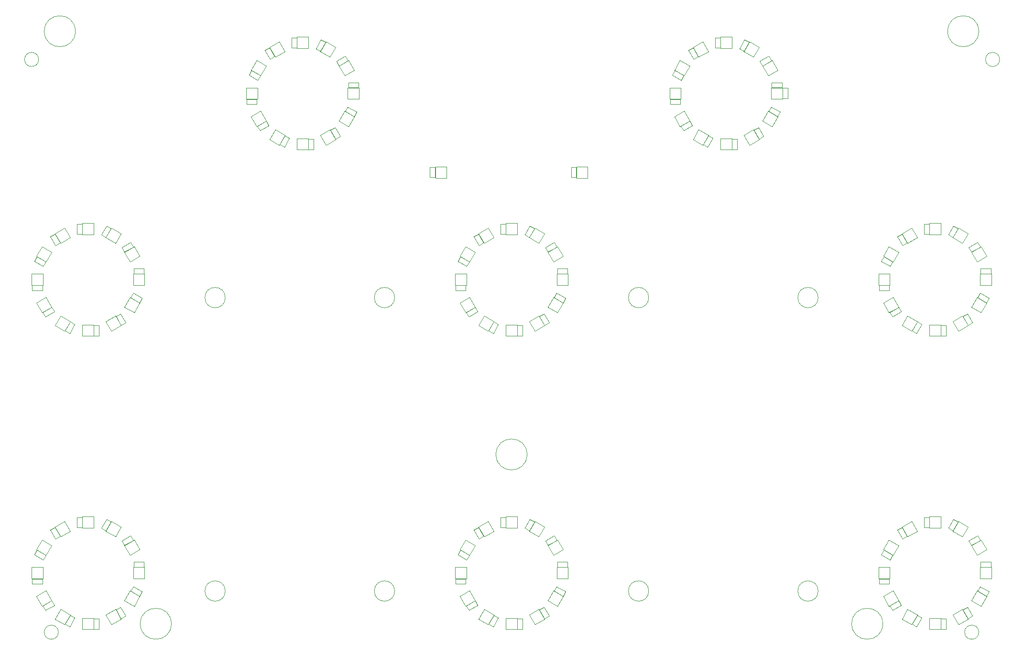
<source format=gbr>
%TF.GenerationSoftware,KiCad,Pcbnew,8.0.4+1*%
%TF.CreationDate,2024-10-16T16:58:29+00:00*%
%TF.ProjectId,pedalboard-display,70656461-6c62-46f6-9172-642d64697370,1.0.0*%
%TF.SameCoordinates,Original*%
%TF.FileFunction,Other,User*%
%FSLAX46Y46*%
G04 Gerber Fmt 4.6, Leading zero omitted, Abs format (unit mm)*
G04 Created by KiCad (PCBNEW 8.0.4+1) date 2024-10-16 16:58:29*
%MOMM*%
%LPD*%
G01*
G04 APERTURE LIST*
%ADD10C,0.050000*%
G04 APERTURE END LIST*
D10*
%TO.C,FID2*%
X193450000Y-33000000D02*
G75*
G02*
X190950000Y-33000000I-1250000J0D01*
G01*
X190950000Y-33000000D02*
G75*
G02*
X193450000Y-33000000I1250000J0D01*
G01*
%TO.C,C65*%
X63336628Y-31374650D02*
X64133372Y-30914650D01*
X64133372Y-30914650D02*
X65043372Y-32490816D01*
X64246628Y-32950816D02*
X63336628Y-31374650D01*
X65043372Y-32490816D02*
X64246628Y-32950816D01*
%TO.C,C49*%
X115090000Y-70070000D02*
X116910000Y-70070000D01*
X115090000Y-70990000D02*
X115090000Y-70070000D01*
X116910000Y-70070000D02*
X116910000Y-70990000D01*
X116910000Y-70990000D02*
X115090000Y-70990000D01*
%TO.C,D35*%
X185133975Y-131428204D02*
X186866025Y-130428204D01*
X186133975Y-133160254D02*
X185133975Y-131428204D01*
X186866025Y-130428204D02*
X187866025Y-132160254D01*
X187866025Y-132160254D02*
X186133975Y-133160254D01*
%TO.C,D83*%
X35133975Y-79428204D02*
X36866025Y-78428204D01*
X36133975Y-81160254D02*
X35133975Y-79428204D01*
X36866025Y-78428204D02*
X37866025Y-80160254D01*
X37866025Y-80160254D02*
X36133975Y-81160254D01*
%TO.C,D34*%
X181000000Y-132000000D02*
X183000000Y-132000000D01*
X181000000Y-134000000D02*
X181000000Y-132000000D01*
X183000000Y-132000000D02*
X183000000Y-134000000D01*
X183000000Y-134000000D02*
X181000000Y-134000000D01*
%TO.C,D11*%
X148133975Y-46428204D02*
X149866025Y-45428204D01*
X149133975Y-48160254D02*
X148133975Y-46428204D01*
X149866025Y-45428204D02*
X150866025Y-47160254D01*
X150866025Y-47160254D02*
X149133975Y-48160254D01*
%TO.C,D49*%
X115000000Y-71000000D02*
X117000000Y-71000000D01*
X115000000Y-73000000D02*
X115000000Y-71000000D01*
X117000000Y-71000000D02*
X117000000Y-73000000D01*
X117000000Y-73000000D02*
X115000000Y-73000000D01*
%TO.C,C4*%
X143040000Y-29150000D02*
X143960000Y-29150000D01*
X143040000Y-30970000D02*
X143040000Y-29150000D01*
X143960000Y-29150000D02*
X143960000Y-30970000D01*
X143960000Y-30970000D02*
X143040000Y-30970000D01*
%TO.C,C80*%
X23981917Y-77806628D02*
X25558083Y-76896628D01*
X24441917Y-78603372D02*
X23981917Y-77806628D01*
X25558083Y-76896628D02*
X26018083Y-77693372D01*
X26018083Y-77693372D02*
X24441917Y-78603372D01*
%TO.C,D59*%
X110133975Y-79428204D02*
X111866025Y-78428204D01*
X111133975Y-81160254D02*
X110133975Y-79428204D01*
X111866025Y-78428204D02*
X112866025Y-80160254D01*
X112866025Y-80160254D02*
X111133975Y-81160254D01*
%TO.C,C32*%
X173981917Y-129806628D02*
X175558083Y-128896628D01*
X174441917Y-130603372D02*
X173981917Y-129806628D01*
X175558083Y-128896628D02*
X176018083Y-129693372D01*
X176018083Y-129693372D02*
X174441917Y-130603372D01*
%TO.C,D73*%
X40000000Y-71000000D02*
X42000000Y-71000000D01*
X40000000Y-73000000D02*
X40000000Y-71000000D01*
X42000000Y-71000000D02*
X42000000Y-73000000D01*
X42000000Y-73000000D02*
X40000000Y-73000000D01*
%TO.C,C5*%
X138336628Y-31374650D02*
X139133372Y-30914650D01*
X139133372Y-30914650D02*
X140043372Y-32490816D01*
X139246628Y-32950816D02*
X138336628Y-31374650D01*
X140043372Y-32490816D02*
X139246628Y-32950816D01*
%TO.C,C13*%
X190090000Y-70070000D02*
X191910000Y-70070000D01*
X190090000Y-70990000D02*
X190090000Y-70070000D01*
X191910000Y-70070000D02*
X191910000Y-70990000D01*
X191910000Y-70990000D02*
X190090000Y-70990000D01*
%TO.C,D48*%
X113428204Y-128866025D02*
X114428204Y-127133975D01*
X114428204Y-127133975D02*
X116160254Y-128133975D01*
X115160254Y-129866025D02*
X113428204Y-128866025D01*
X116160254Y-128133975D02*
X115160254Y-129866025D01*
%TO.C,D86*%
X38428204Y-119133975D02*
X40160254Y-118133975D01*
X39428204Y-120866025D02*
X38428204Y-119133975D01*
X40160254Y-118133975D02*
X41160254Y-119866025D01*
X41160254Y-119866025D02*
X39428204Y-120866025D01*
%TO.C,D64*%
X69000000Y-29000000D02*
X71000000Y-29000000D01*
X69000000Y-31000000D02*
X69000000Y-29000000D01*
X71000000Y-29000000D02*
X71000000Y-31000000D01*
X71000000Y-31000000D02*
X69000000Y-31000000D01*
%TO.C,D54*%
X97839746Y-67866025D02*
X98839746Y-66133975D01*
X98839746Y-66133975D02*
X100571796Y-67133975D01*
X99571796Y-68866025D02*
X97839746Y-67866025D01*
X100571796Y-67133975D02*
X99571796Y-68866025D01*
%TO.C,D37*%
X115000000Y-123000000D02*
X117000000Y-123000000D01*
X115000000Y-125000000D02*
X115000000Y-123000000D01*
X117000000Y-123000000D02*
X117000000Y-125000000D01*
X117000000Y-125000000D02*
X115000000Y-125000000D01*
%TO.C,D1*%
X153000000Y-38000000D02*
X155000000Y-38000000D01*
X153000000Y-40000000D02*
X153000000Y-38000000D01*
X155000000Y-38000000D02*
X155000000Y-40000000D01*
X155000000Y-40000000D02*
X153000000Y-40000000D01*
%TO.C,D15*%
X185133975Y-64571796D02*
X186133975Y-62839746D01*
X186133975Y-62839746D02*
X187866025Y-63839746D01*
X186866025Y-65571796D02*
X185133975Y-64571796D01*
X187866025Y-63839746D02*
X186866025Y-65571796D01*
%TO.C,C31*%
X172090000Y-125040000D02*
X173910000Y-125040000D01*
X172090000Y-125960000D02*
X172090000Y-125040000D01*
X173910000Y-125040000D02*
X173910000Y-125960000D01*
X173910000Y-125960000D02*
X172090000Y-125960000D01*
%TO.C,D4*%
X144000000Y-29000000D02*
X146000000Y-29000000D01*
X144000000Y-31000000D02*
X144000000Y-29000000D01*
X146000000Y-29000000D02*
X146000000Y-31000000D01*
X146000000Y-31000000D02*
X144000000Y-31000000D01*
%TO.C,C17*%
X175336628Y-64374650D02*
X176133372Y-63914650D01*
X176133372Y-63914650D02*
X177043372Y-65490816D01*
X176246628Y-65950816D02*
X175336628Y-64374650D01*
X177043372Y-65490816D02*
X176246628Y-65950816D01*
%TO.C,D82*%
X31000000Y-80000000D02*
X33000000Y-80000000D01*
X31000000Y-82000000D02*
X31000000Y-80000000D01*
X33000000Y-80000000D02*
X33000000Y-82000000D01*
X33000000Y-82000000D02*
X31000000Y-82000000D01*
%TO.C,C78*%
X22481917Y-68743372D02*
X22941917Y-67946628D01*
X22941917Y-67946628D02*
X24518083Y-68856628D01*
X24058083Y-69653372D02*
X22481917Y-68743372D01*
X24518083Y-68856628D02*
X24058083Y-69653372D01*
%TO.C,D12*%
X151428204Y-43866025D02*
X152428204Y-42133975D01*
X152428204Y-42133975D02*
X154160254Y-43133975D01*
X153160254Y-44866025D02*
X151428204Y-43866025D01*
X154160254Y-43133975D02*
X153160254Y-44866025D01*
%TO.C,D42*%
X97839746Y-119866025D02*
X98839746Y-118133975D01*
X98839746Y-118133975D02*
X100571796Y-119133975D01*
X99571796Y-120866025D02*
X97839746Y-119866025D01*
X100571796Y-119133975D02*
X99571796Y-120866025D01*
%TO.C,D8*%
X135839746Y-43133975D02*
X137571796Y-42133975D01*
X136839746Y-44866025D02*
X135839746Y-43133975D01*
X137571796Y-42133975D02*
X138571796Y-43866025D01*
X138571796Y-43866025D02*
X136839746Y-44866025D01*
%TO.C,C38*%
X112981917Y-118306628D02*
X114558083Y-117396628D01*
X113441917Y-119103372D02*
X112981917Y-118306628D01*
X114558083Y-117396628D02*
X115018083Y-118193372D01*
X115018083Y-118193372D02*
X113441917Y-119103372D01*
%TO.C,D10*%
X144000000Y-47000000D02*
X146000000Y-47000000D01*
X144000000Y-49000000D02*
X144000000Y-47000000D01*
X146000000Y-47000000D02*
X146000000Y-49000000D01*
X146000000Y-49000000D02*
X144000000Y-49000000D01*
%TO.C,D39*%
X110133975Y-116571796D02*
X111133975Y-114839746D01*
X111133975Y-114839746D02*
X112866025Y-115839746D01*
X111866025Y-117571796D02*
X110133975Y-116571796D01*
X112866025Y-115839746D02*
X111866025Y-117571796D01*
%TO.C,D7*%
X135000000Y-38000000D02*
X137000000Y-38000000D01*
X135000000Y-40000000D02*
X135000000Y-38000000D01*
X137000000Y-38000000D02*
X137000000Y-40000000D01*
X137000000Y-40000000D02*
X135000000Y-40000000D01*
%TO.C,C20*%
X173981917Y-77806628D02*
X175558083Y-76896628D01*
X174441917Y-78603372D02*
X173981917Y-77806628D01*
X175558083Y-76896628D02*
X176018083Y-77693372D01*
X176018083Y-77693372D02*
X174441917Y-78603372D01*
%TO.C,D6*%
X135839746Y-34866025D02*
X136839746Y-33133975D01*
X136839746Y-33133975D02*
X138571796Y-34133975D01*
X137571796Y-35866025D02*
X135839746Y-34866025D01*
X138571796Y-34133975D02*
X137571796Y-35866025D01*
%TO.C,H4*%
X172750000Y-133000000D02*
G75*
G02*
X167250000Y-133000000I-2750000J0D01*
G01*
X167250000Y-133000000D02*
G75*
G02*
X172750000Y-133000000I2750000J0D01*
G01*
%TO.C,H3*%
X189750000Y-28000000D02*
G75*
G02*
X184250000Y-28000000I-2750000J0D01*
G01*
X184250000Y-28000000D02*
G75*
G02*
X189750000Y-28000000I2750000J0D01*
G01*
%TO.C,D16*%
X181000000Y-62000000D02*
X183000000Y-62000000D01*
X181000000Y-64000000D02*
X181000000Y-62000000D01*
X183000000Y-62000000D02*
X183000000Y-64000000D01*
X183000000Y-64000000D02*
X181000000Y-64000000D01*
%TO.C,D53*%
X101133975Y-63839746D02*
X102866025Y-62839746D01*
X102133975Y-65571796D02*
X101133975Y-63839746D01*
X102866025Y-62839746D02*
X103866025Y-64571796D01*
X103866025Y-64571796D02*
X102133975Y-65571796D01*
%TO.C,FID1*%
X23250000Y-33000000D02*
G75*
G02*
X20750000Y-33000000I-1250000J0D01*
G01*
X20750000Y-33000000D02*
G75*
G02*
X23250000Y-33000000I1250000J0D01*
G01*
%TO.C,C19*%
X172090000Y-73040000D02*
X173910000Y-73040000D01*
X172090000Y-73960000D02*
X172090000Y-73040000D01*
X173910000Y-73040000D02*
X173910000Y-73960000D01*
X173910000Y-73960000D02*
X172090000Y-73960000D01*
%TO.C,D71*%
X73133975Y-46428204D02*
X74866025Y-45428204D01*
X74133975Y-48160254D02*
X73133975Y-46428204D01*
X74866025Y-45428204D02*
X75866025Y-47160254D01*
X75866025Y-47160254D02*
X74133975Y-48160254D01*
%TO.C,D92*%
X22839746Y-128133975D02*
X24571796Y-127133975D01*
X23839746Y-129866025D02*
X22839746Y-128133975D01*
X24571796Y-127133975D02*
X25571796Y-128866025D01*
X25571796Y-128866025D02*
X23839746Y-129866025D01*
%TO.C,C95*%
X36946628Y-130509184D02*
X37743372Y-130049184D01*
X37743372Y-130049184D02*
X38653372Y-131625350D01*
X37856628Y-132085350D02*
X36946628Y-130509184D01*
X38653372Y-131625350D02*
X37856628Y-132085350D01*
%TO.C,C27*%
X184346628Y-116058083D02*
X185256628Y-114481917D01*
X185143372Y-116518083D02*
X184346628Y-116058083D01*
X185256628Y-114481917D02*
X186053372Y-114941917D01*
X186053372Y-114941917D02*
X185143372Y-116518083D01*
%TO.C,D67*%
X60000000Y-38000000D02*
X62000000Y-38000000D01*
X60000000Y-40000000D02*
X60000000Y-38000000D01*
X62000000Y-38000000D02*
X62000000Y-40000000D01*
X62000000Y-40000000D02*
X60000000Y-40000000D01*
%TO.C,C66*%
X60481917Y-35743372D02*
X60941917Y-34946628D01*
X60941917Y-34946628D02*
X62518083Y-35856628D01*
X62058083Y-36653372D02*
X60481917Y-35743372D01*
X62518083Y-35856628D02*
X62058083Y-36653372D01*
%TO.C,C42*%
X97481917Y-120743372D02*
X97941917Y-119946628D01*
X97941917Y-119946628D02*
X99518083Y-120856628D01*
X99058083Y-121653372D02*
X97481917Y-120743372D01*
X99518083Y-120856628D02*
X99058083Y-121653372D01*
%TO.C,D22*%
X181000000Y-80000000D02*
X183000000Y-80000000D01*
X181000000Y-82000000D02*
X181000000Y-80000000D01*
X183000000Y-80000000D02*
X183000000Y-82000000D01*
X183000000Y-82000000D02*
X181000000Y-82000000D01*
%TO.C,D50*%
X113428204Y-67133975D02*
X115160254Y-66133975D01*
X114428204Y-68866025D02*
X113428204Y-67133975D01*
X115160254Y-66133975D02*
X116160254Y-67866025D01*
X116160254Y-67866025D02*
X114428204Y-68866025D01*
%TO.C,C7*%
X135090000Y-40040000D02*
X136910000Y-40040000D01*
X135090000Y-40960000D02*
X135090000Y-40040000D01*
X136910000Y-40040000D02*
X136910000Y-40960000D01*
X136910000Y-40960000D02*
X135090000Y-40960000D01*
%TO.C,C52*%
X105040000Y-62150000D02*
X105960000Y-62150000D01*
X105040000Y-63970000D02*
X105040000Y-62150000D01*
X105960000Y-62150000D02*
X105960000Y-63970000D01*
X105960000Y-63970000D02*
X105040000Y-63970000D01*
%TO.C,D94*%
X31000000Y-132000000D02*
X33000000Y-132000000D01*
X31000000Y-134000000D02*
X31000000Y-132000000D01*
X33000000Y-132000000D02*
X33000000Y-134000000D01*
X33000000Y-134000000D02*
X31000000Y-134000000D01*
%TO.C,D23*%
X185133975Y-79428204D02*
X186866025Y-78428204D01*
X186133975Y-81160254D02*
X185133975Y-79428204D01*
X186866025Y-78428204D02*
X187866025Y-80160254D01*
X187866025Y-80160254D02*
X186133975Y-81160254D01*
%TO.C,D21*%
X176133975Y-80160254D02*
X177133975Y-78428204D01*
X177133975Y-78428204D02*
X178866025Y-79428204D01*
X177866025Y-81160254D02*
X176133975Y-80160254D01*
X178866025Y-79428204D02*
X177866025Y-81160254D01*
%TO.C,D88*%
X31000000Y-114000000D02*
X33000000Y-114000000D01*
X31000000Y-116000000D02*
X31000000Y-114000000D01*
X33000000Y-114000000D02*
X33000000Y-116000000D01*
X33000000Y-116000000D02*
X31000000Y-116000000D01*
%TO.C,D45*%
X101133975Y-132160254D02*
X102133975Y-130428204D01*
X102133975Y-130428204D02*
X103866025Y-131428204D01*
X102866025Y-133160254D02*
X101133975Y-132160254D01*
X103866025Y-131428204D02*
X102866025Y-133160254D01*
%TO.C,C25*%
X190090000Y-122070000D02*
X191910000Y-122070000D01*
X190090000Y-122990000D02*
X190090000Y-122070000D01*
X191910000Y-122070000D02*
X191910000Y-122990000D01*
X191910000Y-122990000D02*
X190090000Y-122990000D01*
%TO.C,C73*%
X40090000Y-70070000D02*
X41910000Y-70070000D01*
X40090000Y-70990000D02*
X40090000Y-70070000D01*
X41910000Y-70070000D02*
X41910000Y-70990000D01*
X41910000Y-70990000D02*
X40090000Y-70990000D01*
%TO.C,C36*%
X189531917Y-127193372D02*
X189991917Y-126396628D01*
X189991917Y-126396628D02*
X191568083Y-127306628D01*
X191108083Y-128103372D02*
X189531917Y-127193372D01*
X191568083Y-127306628D02*
X191108083Y-128103372D01*
%TO.C,D13*%
X190000000Y-71000000D02*
X192000000Y-71000000D01*
X190000000Y-73000000D02*
X190000000Y-71000000D01*
X192000000Y-71000000D02*
X192000000Y-73000000D01*
X192000000Y-73000000D02*
X190000000Y-73000000D01*
%TO.C,C93*%
X27946628Y-133058083D02*
X28856628Y-131481917D01*
X28743372Y-133518083D02*
X27946628Y-133058083D01*
X28856628Y-131481917D02*
X29653372Y-131941917D01*
X29653372Y-131941917D02*
X28743372Y-133518083D01*
%TO.C,C21*%
X177946628Y-81058083D02*
X178856628Y-79481917D01*
X178743372Y-81518083D02*
X177946628Y-81058083D01*
X178856628Y-79481917D02*
X179653372Y-79941917D01*
X179653372Y-79941917D02*
X178743372Y-81518083D01*
%TO.C,D95*%
X35133975Y-131428204D02*
X36866025Y-130428204D01*
X36133975Y-133160254D02*
X35133975Y-131428204D01*
X36866025Y-130428204D02*
X37866025Y-132160254D01*
X37866025Y-132160254D02*
X36133975Y-133160254D01*
%TO.C,C8*%
X136981917Y-44806628D02*
X138558083Y-43896628D01*
X137441917Y-45603372D02*
X136981917Y-44806628D01*
X138558083Y-43896628D02*
X139018083Y-44693372D01*
X139018083Y-44693372D02*
X137441917Y-45603372D01*
%TO.C,D72*%
X76428204Y-43866025D02*
X77428204Y-42133975D01*
X77428204Y-42133975D02*
X79160254Y-43133975D01*
X78160254Y-44866025D02*
X76428204Y-43866025D01*
X79160254Y-43133975D02*
X78160254Y-44866025D01*
%TO.C,C97*%
X92540000Y-52090000D02*
X93460000Y-52090000D01*
X92540000Y-53910000D02*
X92540000Y-52090000D01*
X93460000Y-52090000D02*
X93460000Y-53910000D01*
X93460000Y-53910000D02*
X92540000Y-53910000D01*
%TO.C,C86*%
X37981917Y-118306628D02*
X39558083Y-117396628D01*
X38441917Y-119103372D02*
X37981917Y-118306628D01*
X39558083Y-117396628D02*
X40018083Y-118193372D01*
X40018083Y-118193372D02*
X38441917Y-119103372D01*
%TO.C,D18*%
X172839746Y-67866025D02*
X173839746Y-66133975D01*
X173839746Y-66133975D02*
X175571796Y-67133975D01*
X174571796Y-68866025D02*
X172839746Y-67866025D01*
X175571796Y-67133975D02*
X174571796Y-68866025D01*
%TO.C,D85*%
X40000000Y-123000000D02*
X42000000Y-123000000D01*
X40000000Y-125000000D02*
X40000000Y-123000000D01*
X42000000Y-123000000D02*
X42000000Y-125000000D01*
X42000000Y-125000000D02*
X40000000Y-125000000D01*
%TO.C,C9*%
X140946628Y-48058083D02*
X141856628Y-46481917D01*
X141743372Y-48518083D02*
X140946628Y-48058083D01*
X141856628Y-46481917D02*
X142653372Y-46941917D01*
X142653372Y-46941917D02*
X141743372Y-48518083D01*
%TO.C,U1*%
X56300000Y-75200000D02*
G75*
G02*
X52700000Y-75200000I-1800000J0D01*
G01*
X52700000Y-75200000D02*
G75*
G02*
X56300000Y-75200000I1800000J0D01*
G01*
X56300000Y-127200000D02*
G75*
G02*
X52700000Y-127200000I-1800000J0D01*
G01*
X52700000Y-127200000D02*
G75*
G02*
X56300000Y-127200000I1800000J0D01*
G01*
X86300000Y-75200000D02*
G75*
G02*
X82700000Y-75200000I-1800000J0D01*
G01*
X82700000Y-75200000D02*
G75*
G02*
X86300000Y-75200000I1800000J0D01*
G01*
X86300000Y-127200000D02*
G75*
G02*
X82700000Y-127200000I-1800000J0D01*
G01*
X82700000Y-127200000D02*
G75*
G02*
X86300000Y-127200000I1800000J0D01*
G01*
%TO.C,D19*%
X172000000Y-71000000D02*
X174000000Y-71000000D01*
X172000000Y-73000000D02*
X172000000Y-71000000D01*
X174000000Y-71000000D02*
X174000000Y-73000000D01*
X174000000Y-73000000D02*
X172000000Y-73000000D01*
%TO.C,D65*%
X64133975Y-30839746D02*
X65866025Y-29839746D01*
X65133975Y-32571796D02*
X64133975Y-30839746D01*
X65866025Y-29839746D02*
X66866025Y-31571796D01*
X66866025Y-31571796D02*
X65133975Y-32571796D01*
%TO.C,D78*%
X22839746Y-67866025D02*
X23839746Y-66133975D01*
X23839746Y-66133975D02*
X25571796Y-67133975D01*
X24571796Y-68866025D02*
X22839746Y-67866025D01*
X25571796Y-67133975D02*
X24571796Y-68866025D01*
%TO.C,D46*%
X106000000Y-132000000D02*
X108000000Y-132000000D01*
X106000000Y-134000000D02*
X106000000Y-132000000D01*
X108000000Y-132000000D02*
X108000000Y-134000000D01*
X108000000Y-134000000D02*
X106000000Y-134000000D01*
%TO.C,C18*%
X172481917Y-68743372D02*
X172941917Y-67946628D01*
X172941917Y-67946628D02*
X174518083Y-68856628D01*
X174058083Y-69653372D02*
X172481917Y-68743372D01*
X174518083Y-68856628D02*
X174058083Y-69653372D01*
%TO.C,D58*%
X106000000Y-80000000D02*
X108000000Y-80000000D01*
X106000000Y-82000000D02*
X106000000Y-80000000D01*
X108000000Y-80000000D02*
X108000000Y-82000000D01*
X108000000Y-82000000D02*
X106000000Y-82000000D01*
%TO.C,H2*%
X46750000Y-133000000D02*
G75*
G02*
X41250000Y-133000000I-2750000J0D01*
G01*
X41250000Y-133000000D02*
G75*
G02*
X46750000Y-133000000I2750000J0D01*
G01*
%TO.C,D25*%
X190000000Y-123000000D02*
X192000000Y-123000000D01*
X190000000Y-125000000D02*
X190000000Y-123000000D01*
X192000000Y-123000000D02*
X192000000Y-125000000D01*
X192000000Y-125000000D02*
X190000000Y-125000000D01*
%TO.C,D70*%
X69000000Y-47000000D02*
X71000000Y-47000000D01*
X69000000Y-49000000D02*
X69000000Y-47000000D01*
X71000000Y-47000000D02*
X71000000Y-49000000D01*
X71000000Y-49000000D02*
X69000000Y-49000000D01*
%TO.C,C72*%
X77531917Y-42193372D02*
X77991917Y-41396628D01*
X77991917Y-41396628D02*
X79568083Y-42306628D01*
X79108083Y-43103372D02*
X77531917Y-42193372D01*
X79568083Y-42306628D02*
X79108083Y-43103372D01*
%TO.C,C55*%
X97090000Y-73040000D02*
X98910000Y-73040000D01*
X97090000Y-73960000D02*
X97090000Y-73040000D01*
X98910000Y-73040000D02*
X98910000Y-73960000D01*
X98910000Y-73960000D02*
X97090000Y-73960000D01*
%TO.C,C87*%
X34346628Y-116058083D02*
X35256628Y-114481917D01*
X35143372Y-116518083D02*
X34346628Y-116058083D01*
X35256628Y-114481917D02*
X36053372Y-114941917D01*
X36053372Y-114941917D02*
X35143372Y-116518083D01*
%TO.C,C11*%
X149946628Y-45509184D02*
X150743372Y-45049184D01*
X150743372Y-45049184D02*
X151653372Y-46625350D01*
X150856628Y-47085350D02*
X149946628Y-45509184D01*
X151653372Y-46625350D02*
X150856628Y-47085350D01*
%TO.C,C26*%
X187981917Y-118306628D02*
X189558083Y-117396628D01*
X188441917Y-119103372D02*
X187981917Y-118306628D01*
X189558083Y-117396628D02*
X190018083Y-118193372D01*
X190018083Y-118193372D02*
X188441917Y-119103372D01*
%TO.C,C43*%
X97090000Y-125040000D02*
X98910000Y-125040000D01*
X97090000Y-125960000D02*
X97090000Y-125040000D01*
X98910000Y-125040000D02*
X98910000Y-125960000D01*
X98910000Y-125960000D02*
X97090000Y-125960000D01*
%TO.C,D77*%
X26133975Y-63839746D02*
X27866025Y-62839746D01*
X27133975Y-65571796D02*
X26133975Y-63839746D01*
X27866025Y-62839746D02*
X28866025Y-64571796D01*
X28866025Y-64571796D02*
X27133975Y-65571796D01*
%TO.C,C74*%
X37981917Y-66306628D02*
X39558083Y-65396628D01*
X38441917Y-67103372D02*
X37981917Y-66306628D01*
X39558083Y-65396628D02*
X40018083Y-66193372D01*
X40018083Y-66193372D02*
X38441917Y-67103372D01*
%TO.C,H5*%
X109750000Y-103000000D02*
G75*
G02*
X104250000Y-103000000I-2750000J0D01*
G01*
X104250000Y-103000000D02*
G75*
G02*
X109750000Y-103000000I2750000J0D01*
G01*
%TO.C,C16*%
X180040000Y-62150000D02*
X180960000Y-62150000D01*
X180040000Y-63970000D02*
X180040000Y-62150000D01*
X180960000Y-62150000D02*
X180960000Y-63970000D01*
X180960000Y-63970000D02*
X180040000Y-63970000D01*
%TO.C,D31*%
X172000000Y-123000000D02*
X174000000Y-123000000D01*
X172000000Y-125000000D02*
X172000000Y-123000000D01*
X174000000Y-123000000D02*
X174000000Y-125000000D01*
X174000000Y-125000000D02*
X172000000Y-125000000D01*
%TO.C,FID4*%
X189750000Y-134500000D02*
G75*
G02*
X187250000Y-134500000I-1250000J0D01*
G01*
X187250000Y-134500000D02*
G75*
G02*
X189750000Y-134500000I1250000J0D01*
G01*
%TO.C,C51*%
X109346628Y-64058083D02*
X110256628Y-62481917D01*
X110143372Y-64518083D02*
X109346628Y-64058083D01*
X110256628Y-62481917D02*
X111053372Y-62941917D01*
X111053372Y-62941917D02*
X110143372Y-64518083D01*
%TO.C,C59*%
X111946628Y-78509184D02*
X112743372Y-78049184D01*
X112743372Y-78049184D02*
X113653372Y-79625350D01*
X112856628Y-80085350D02*
X111946628Y-78509184D01*
X113653372Y-79625350D02*
X112856628Y-80085350D01*
%TO.C,D17*%
X176133975Y-63839746D02*
X177866025Y-62839746D01*
X177133975Y-65571796D02*
X176133975Y-63839746D01*
X177866025Y-62839746D02*
X178866025Y-64571796D01*
X178866025Y-64571796D02*
X177133975Y-65571796D01*
%TO.C,D74*%
X38428204Y-67133975D02*
X40160254Y-66133975D01*
X39428204Y-68866025D02*
X38428204Y-67133975D01*
X40160254Y-66133975D02*
X41160254Y-67866025D01*
X41160254Y-67866025D02*
X39428204Y-68866025D01*
%TO.C,H1*%
X29750000Y-28000000D02*
G75*
G02*
X24250000Y-28000000I-2750000J0D01*
G01*
X24250000Y-28000000D02*
G75*
G02*
X29750000Y-28000000I2750000J0D01*
G01*
%TO.C,D51*%
X110133975Y-64571796D02*
X111133975Y-62839746D01*
X111133975Y-62839746D02*
X112866025Y-63839746D01*
X111866025Y-65571796D02*
X110133975Y-64571796D01*
X112866025Y-63839746D02*
X111866025Y-65571796D01*
%TO.C,C39*%
X109346628Y-116058083D02*
X110256628Y-114481917D01*
X110143372Y-116518083D02*
X109346628Y-116058083D01*
X110256628Y-114481917D02*
X111053372Y-114941917D01*
X111053372Y-114941917D02*
X110143372Y-116518083D01*
%TO.C,C61*%
X78090000Y-37070000D02*
X79910000Y-37070000D01*
X78090000Y-37990000D02*
X78090000Y-37070000D01*
X79910000Y-37070000D02*
X79910000Y-37990000D01*
X79910000Y-37990000D02*
X78090000Y-37990000D01*
%TO.C,D28*%
X181000000Y-114000000D02*
X183000000Y-114000000D01*
X181000000Y-116000000D02*
X181000000Y-114000000D01*
X183000000Y-114000000D02*
X183000000Y-116000000D01*
X183000000Y-116000000D02*
X181000000Y-116000000D01*
%TO.C,C6*%
X135481917Y-35743372D02*
X135941917Y-34946628D01*
X135941917Y-34946628D02*
X137518083Y-35856628D01*
X137058083Y-36653372D02*
X135481917Y-35743372D01*
X137518083Y-35856628D02*
X137058083Y-36653372D01*
%TO.C,C79*%
X22090000Y-73040000D02*
X23910000Y-73040000D01*
X22090000Y-73960000D02*
X22090000Y-73040000D01*
X23910000Y-73040000D02*
X23910000Y-73960000D01*
X23910000Y-73960000D02*
X22090000Y-73960000D01*
%TO.C,D55*%
X97000000Y-71000000D02*
X99000000Y-71000000D01*
X97000000Y-73000000D02*
X97000000Y-71000000D01*
X99000000Y-71000000D02*
X99000000Y-73000000D01*
X99000000Y-73000000D02*
X97000000Y-73000000D01*
%TO.C,C44*%
X98981917Y-129806628D02*
X100558083Y-128896628D01*
X99441917Y-130603372D02*
X98981917Y-129806628D01*
X100558083Y-128896628D02*
X101018083Y-129693372D01*
X101018083Y-129693372D02*
X99441917Y-130603372D01*
%TO.C,C10*%
X146040000Y-47120000D02*
X146960000Y-47120000D01*
X146040000Y-48940000D02*
X146040000Y-47120000D01*
X146960000Y-47120000D02*
X146960000Y-48940000D01*
X146960000Y-48940000D02*
X146040000Y-48940000D01*
%TO.C,C29*%
X175336628Y-116374650D02*
X176133372Y-115914650D01*
X176133372Y-115914650D02*
X177043372Y-117490816D01*
X176246628Y-117950816D02*
X175336628Y-116374650D01*
X177043372Y-117490816D02*
X176246628Y-117950816D01*
%TO.C,D38*%
X113428204Y-119133975D02*
X115160254Y-118133975D01*
X114428204Y-120866025D02*
X113428204Y-119133975D01*
X115160254Y-118133975D02*
X116160254Y-119866025D01*
X116160254Y-119866025D02*
X114428204Y-120866025D01*
%TO.C,C76*%
X30040000Y-62150000D02*
X30960000Y-62150000D01*
X30040000Y-63970000D02*
X30040000Y-62150000D01*
X30960000Y-62150000D02*
X30960000Y-63970000D01*
X30960000Y-63970000D02*
X30040000Y-63970000D01*
%TO.C,C75*%
X34346628Y-64058083D02*
X35256628Y-62481917D01*
X35143372Y-64518083D02*
X34346628Y-64058083D01*
X35256628Y-62481917D02*
X36053372Y-62941917D01*
X36053372Y-62941917D02*
X35143372Y-64518083D01*
%TO.C,C40*%
X105040000Y-114150000D02*
X105960000Y-114150000D01*
X105040000Y-115970000D02*
X105040000Y-114150000D01*
X105960000Y-114150000D02*
X105960000Y-115970000D01*
X105960000Y-115970000D02*
X105040000Y-115970000D01*
%TO.C,C62*%
X75981917Y-33306628D02*
X77558083Y-32396628D01*
X76441917Y-34103372D02*
X75981917Y-33306628D01*
X77558083Y-32396628D02*
X78018083Y-33193372D01*
X78018083Y-33193372D02*
X76441917Y-34103372D01*
%TO.C,C83*%
X36946628Y-78509184D02*
X37743372Y-78049184D01*
X37743372Y-78049184D02*
X38653372Y-79625350D01*
X37856628Y-80085350D02*
X36946628Y-78509184D01*
X38653372Y-79625350D02*
X37856628Y-80085350D01*
%TO.C,D75*%
X35133975Y-64571796D02*
X36133975Y-62839746D01*
X36133975Y-62839746D02*
X37866025Y-63839746D01*
X36866025Y-65571796D02*
X35133975Y-64571796D01*
X37866025Y-63839746D02*
X36866025Y-65571796D01*
%TO.C,D66*%
X60839746Y-34866025D02*
X61839746Y-33133975D01*
X61839746Y-33133975D02*
X63571796Y-34133975D01*
X62571796Y-35866025D02*
X60839746Y-34866025D01*
X63571796Y-34133975D02*
X62571796Y-35866025D01*
%TO.C,C90*%
X22481917Y-120743372D02*
X22941917Y-119946628D01*
X22941917Y-119946628D02*
X24518083Y-120856628D01*
X24058083Y-121653372D02*
X22481917Y-120743372D01*
X24518083Y-120856628D02*
X24058083Y-121653372D01*
%TO.C,C88*%
X30040000Y-114150000D02*
X30960000Y-114150000D01*
X30040000Y-115970000D02*
X30040000Y-114150000D01*
X30960000Y-114150000D02*
X30960000Y-115970000D01*
X30960000Y-115970000D02*
X30040000Y-115970000D01*
%TO.C,D30*%
X172839746Y-119866025D02*
X173839746Y-118133975D01*
X173839746Y-118133975D02*
X175571796Y-119133975D01*
X174571796Y-120866025D02*
X172839746Y-119866025D01*
X175571796Y-119133975D02*
X174571796Y-120866025D01*
%TO.C,C60*%
X114531917Y-75193372D02*
X114991917Y-74396628D01*
X114991917Y-74396628D02*
X116568083Y-75306628D01*
X116108083Y-76103372D02*
X114531917Y-75193372D01*
X116568083Y-75306628D02*
X116108083Y-76103372D01*
%TO.C,D56*%
X97839746Y-76133975D02*
X99571796Y-75133975D01*
X98839746Y-77866025D02*
X97839746Y-76133975D01*
X99571796Y-75133975D02*
X100571796Y-76866025D01*
X100571796Y-76866025D02*
X98839746Y-77866025D01*
%TO.C,D26*%
X188428204Y-119133975D02*
X190160254Y-118133975D01*
X189428204Y-120866025D02*
X188428204Y-119133975D01*
X190160254Y-118133975D02*
X191160254Y-119866025D01*
X191160254Y-119866025D02*
X189428204Y-120866025D01*
%TO.C,D44*%
X97839746Y-128133975D02*
X99571796Y-127133975D01*
X98839746Y-129866025D02*
X97839746Y-128133975D01*
X99571796Y-127133975D02*
X100571796Y-128866025D01*
X100571796Y-128866025D02*
X98839746Y-129866025D01*
%TO.C,D90*%
X22839746Y-119866025D02*
X23839746Y-118133975D01*
X23839746Y-118133975D02*
X25571796Y-119133975D01*
X24571796Y-120866025D02*
X22839746Y-119866025D01*
X25571796Y-119133975D02*
X24571796Y-120866025D01*
%TO.C,C48*%
X114531917Y-127193372D02*
X114991917Y-126396628D01*
X114991917Y-126396628D02*
X116568083Y-127306628D01*
X116108083Y-128103372D02*
X114531917Y-127193372D01*
X116568083Y-127306628D02*
X116108083Y-128103372D01*
%TO.C,D61*%
X78000000Y-38000000D02*
X80000000Y-38000000D01*
X78000000Y-40000000D02*
X78000000Y-38000000D01*
X80000000Y-38000000D02*
X80000000Y-40000000D01*
X80000000Y-40000000D02*
X78000000Y-40000000D01*
%TO.C,D2*%
X151428204Y-34133975D02*
X153160254Y-33133975D01*
X152428204Y-35866025D02*
X151428204Y-34133975D01*
X153160254Y-33133975D02*
X154160254Y-34866025D01*
X154160254Y-34866025D02*
X152428204Y-35866025D01*
%TO.C,D87*%
X35133975Y-116571796D02*
X36133975Y-114839746D01*
X36133975Y-114839746D02*
X37866025Y-115839746D01*
X36866025Y-117571796D02*
X35133975Y-116571796D01*
X37866025Y-115839746D02*
X36866025Y-117571796D01*
%TO.C,D60*%
X113428204Y-76866025D02*
X114428204Y-75133975D01*
X114428204Y-75133975D02*
X116160254Y-76133975D01*
X115160254Y-77866025D02*
X113428204Y-76866025D01*
X116160254Y-76133975D02*
X115160254Y-77866025D01*
%TO.C,D20*%
X172839746Y-76133975D02*
X174571796Y-75133975D01*
X173839746Y-77866025D02*
X172839746Y-76133975D01*
X174571796Y-75133975D02*
X175571796Y-76866025D01*
X175571796Y-76866025D02*
X173839746Y-77866025D01*
%TO.C,C1*%
X153090000Y-37070000D02*
X154910000Y-37070000D01*
X153090000Y-37990000D02*
X153090000Y-37070000D01*
X154910000Y-37070000D02*
X154910000Y-37990000D01*
X154910000Y-37990000D02*
X153090000Y-37990000D01*
%TO.C,C2*%
X150981917Y-33306628D02*
X152558083Y-32396628D01*
X151441917Y-34103372D02*
X150981917Y-33306628D01*
X152558083Y-32396628D02*
X153018083Y-33193372D01*
X153018083Y-33193372D02*
X151441917Y-34103372D01*
%TO.C,C82*%
X33040000Y-80120000D02*
X33960000Y-80120000D01*
X33040000Y-81940000D02*
X33040000Y-80120000D01*
X33960000Y-80120000D02*
X33960000Y-81940000D01*
X33960000Y-81940000D02*
X33040000Y-81940000D01*
%TO.C,D97*%
X93500000Y-52000000D02*
X95500000Y-52000000D01*
X93500000Y-54000000D02*
X93500000Y-52000000D01*
X95500000Y-52000000D02*
X95500000Y-54000000D01*
X95500000Y-54000000D02*
X93500000Y-54000000D01*
%TO.C,D5*%
X139133975Y-30839746D02*
X140866025Y-29839746D01*
X140133975Y-32571796D02*
X139133975Y-30839746D01*
X140866025Y-29839746D02*
X141866025Y-31571796D01*
X141866025Y-31571796D02*
X140133975Y-32571796D01*
%TO.C,D41*%
X101133975Y-115839746D02*
X102866025Y-114839746D01*
X102133975Y-117571796D02*
X101133975Y-115839746D01*
X102866025Y-114839746D02*
X103866025Y-116571796D01*
X103866025Y-116571796D02*
X102133975Y-117571796D01*
%TO.C,C54*%
X97481917Y-68743372D02*
X97941917Y-67946628D01*
X97941917Y-67946628D02*
X99518083Y-68856628D01*
X99058083Y-69653372D02*
X97481917Y-68743372D01*
X99518083Y-68856628D02*
X99058083Y-69653372D01*
%TO.C,D84*%
X38428204Y-76866025D02*
X39428204Y-75133975D01*
X39428204Y-75133975D02*
X41160254Y-76133975D01*
X40160254Y-77866025D02*
X38428204Y-76866025D01*
X41160254Y-76133975D02*
X40160254Y-77866025D01*
%TO.C,C28*%
X180040000Y-114150000D02*
X180960000Y-114150000D01*
X180040000Y-115970000D02*
X180040000Y-114150000D01*
X180960000Y-114150000D02*
X180960000Y-115970000D01*
X180960000Y-115970000D02*
X180040000Y-115970000D01*
%TO.C,D52*%
X106000000Y-62000000D02*
X108000000Y-62000000D01*
X106000000Y-64000000D02*
X106000000Y-62000000D01*
X108000000Y-62000000D02*
X108000000Y-64000000D01*
X108000000Y-64000000D02*
X106000000Y-64000000D01*
%TO.C,D24*%
X188428204Y-76866025D02*
X189428204Y-75133975D01*
X189428204Y-75133975D02*
X191160254Y-76133975D01*
X190160254Y-77866025D02*
X188428204Y-76866025D01*
X191160254Y-76133975D02*
X190160254Y-77866025D01*
%TO.C,C58*%
X108040000Y-80120000D02*
X108960000Y-80120000D01*
X108040000Y-81940000D02*
X108040000Y-80120000D01*
X108960000Y-80120000D02*
X108960000Y-81940000D01*
X108960000Y-81940000D02*
X108040000Y-81940000D01*
%TO.C,D91*%
X22000000Y-123000000D02*
X24000000Y-123000000D01*
X22000000Y-125000000D02*
X22000000Y-123000000D01*
X24000000Y-123000000D02*
X24000000Y-125000000D01*
X24000000Y-125000000D02*
X22000000Y-125000000D01*
%TO.C,C94*%
X33040000Y-132120000D02*
X33960000Y-132120000D01*
X33040000Y-133940000D02*
X33040000Y-132120000D01*
X33960000Y-132120000D02*
X33960000Y-133940000D01*
X33960000Y-133940000D02*
X33040000Y-133940000D01*
%TO.C,R1*%
X155000000Y-38050000D02*
X155940000Y-38050000D01*
X155000000Y-39910000D02*
X155000000Y-38050000D01*
X155940000Y-38050000D02*
X155940000Y-39910000D01*
X155940000Y-39910000D02*
X155000000Y-39910000D01*
%TO.C,C12*%
X152531917Y-42193372D02*
X152991917Y-41396628D01*
X152991917Y-41396628D02*
X154568083Y-42306628D01*
X154108083Y-43103372D02*
X152531917Y-42193372D01*
X154568083Y-42306628D02*
X154108083Y-43103372D01*
%TO.C,D9*%
X139133975Y-47160254D02*
X140133975Y-45428204D01*
X140133975Y-45428204D02*
X141866025Y-46428204D01*
X140866025Y-48160254D02*
X139133975Y-47160254D01*
X141866025Y-46428204D02*
X140866025Y-48160254D01*
%TO.C,C37*%
X115090000Y-122070000D02*
X116910000Y-122070000D01*
X115090000Y-122990000D02*
X115090000Y-122070000D01*
X116910000Y-122070000D02*
X116910000Y-122990000D01*
X116910000Y-122990000D02*
X115090000Y-122990000D01*
%TO.C,C15*%
X184346628Y-64058083D02*
X185256628Y-62481917D01*
X185143372Y-64518083D02*
X184346628Y-64058083D01*
X185256628Y-62481917D02*
X186053372Y-62941917D01*
X186053372Y-62941917D02*
X185143372Y-64518083D01*
%TO.C,C30*%
X172481917Y-120743372D02*
X172941917Y-119946628D01*
X172941917Y-119946628D02*
X174518083Y-120856628D01*
X174058083Y-121653372D02*
X172481917Y-120743372D01*
X174518083Y-120856628D02*
X174058083Y-121653372D01*
%TO.C,C24*%
X189531917Y-75193372D02*
X189991917Y-74396628D01*
X189991917Y-74396628D02*
X191568083Y-75306628D01*
X191108083Y-76103372D02*
X189531917Y-75193372D01*
X191568083Y-75306628D02*
X191108083Y-76103372D01*
%TO.C,D47*%
X110133975Y-131428204D02*
X111866025Y-130428204D01*
X111133975Y-133160254D02*
X110133975Y-131428204D01*
X111866025Y-130428204D02*
X112866025Y-132160254D01*
X112866025Y-132160254D02*
X111133975Y-133160254D01*
%TO.C,D79*%
X22000000Y-71000000D02*
X24000000Y-71000000D01*
X22000000Y-73000000D02*
X22000000Y-71000000D01*
X24000000Y-71000000D02*
X24000000Y-73000000D01*
X24000000Y-73000000D02*
X22000000Y-73000000D01*
%TO.C,D36*%
X188428204Y-128866025D02*
X189428204Y-127133975D01*
X189428204Y-127133975D02*
X191160254Y-128133975D01*
X190160254Y-129866025D02*
X188428204Y-128866025D01*
X191160254Y-128133975D02*
X190160254Y-129866025D01*
%TO.C,D27*%
X185133975Y-116571796D02*
X186133975Y-114839746D01*
X186133975Y-114839746D02*
X187866025Y-115839746D01*
X186866025Y-117571796D02*
X185133975Y-116571796D01*
X187866025Y-115839746D02*
X186866025Y-117571796D01*
%TO.C,D76*%
X31000000Y-62000000D02*
X33000000Y-62000000D01*
X31000000Y-64000000D02*
X31000000Y-62000000D01*
X33000000Y-62000000D02*
X33000000Y-64000000D01*
X33000000Y-64000000D02*
X31000000Y-64000000D01*
%TO.C,C91*%
X22090000Y-125040000D02*
X23910000Y-125040000D01*
X22090000Y-125960000D02*
X22090000Y-125040000D01*
X23910000Y-125040000D02*
X23910000Y-125960000D01*
X23910000Y-125960000D02*
X22090000Y-125960000D01*
%TO.C,D40*%
X106000000Y-114000000D02*
X108000000Y-114000000D01*
X106000000Y-116000000D02*
X106000000Y-114000000D01*
X108000000Y-114000000D02*
X108000000Y-116000000D01*
X108000000Y-116000000D02*
X106000000Y-116000000D01*
%TO.C,C22*%
X183040000Y-80120000D02*
X183960000Y-80120000D01*
X183040000Y-81940000D02*
X183040000Y-80120000D01*
X183960000Y-80120000D02*
X183960000Y-81940000D01*
X183960000Y-81940000D02*
X183040000Y-81940000D01*
%TO.C,C77*%
X25336628Y-64374650D02*
X26133372Y-63914650D01*
X26133372Y-63914650D02*
X27043372Y-65490816D01*
X26246628Y-65950816D02*
X25336628Y-64374650D01*
X27043372Y-65490816D02*
X26246628Y-65950816D01*
%TO.C,C23*%
X186946628Y-78509184D02*
X187743372Y-78049184D01*
X187743372Y-78049184D02*
X188653372Y-79625350D01*
X187856628Y-80085350D02*
X186946628Y-78509184D01*
X188653372Y-79625350D02*
X187856628Y-80085350D01*
%TO.C,C71*%
X74946628Y-45509184D02*
X75743372Y-45049184D01*
X75743372Y-45049184D02*
X76653372Y-46625350D01*
X75856628Y-47085350D02*
X74946628Y-45509184D01*
X76653372Y-46625350D02*
X75856628Y-47085350D01*
%TO.C,D98*%
X118500000Y-52000000D02*
X120500000Y-52000000D01*
X118500000Y-54000000D02*
X118500000Y-52000000D01*
X120500000Y-52000000D02*
X120500000Y-54000000D01*
X120500000Y-54000000D02*
X118500000Y-54000000D01*
%TO.C,D63*%
X73133975Y-31571796D02*
X74133975Y-29839746D01*
X74133975Y-29839746D02*
X75866025Y-30839746D01*
X74866025Y-32571796D02*
X73133975Y-31571796D01*
X75866025Y-30839746D02*
X74866025Y-32571796D01*
%TO.C,D3*%
X148133975Y-31571796D02*
X149133975Y-29839746D01*
X149133975Y-29839746D02*
X150866025Y-30839746D01*
X149866025Y-32571796D02*
X148133975Y-31571796D01*
X150866025Y-30839746D02*
X149866025Y-32571796D01*
%TO.C,D32*%
X172839746Y-128133975D02*
X174571796Y-127133975D01*
X173839746Y-129866025D02*
X172839746Y-128133975D01*
X174571796Y-127133975D02*
X175571796Y-128866025D01*
X175571796Y-128866025D02*
X173839746Y-129866025D01*
%TO.C,C92*%
X23981917Y-129806628D02*
X25558083Y-128896628D01*
X24441917Y-130603372D02*
X23981917Y-129806628D01*
X25558083Y-128896628D02*
X26018083Y-129693372D01*
X26018083Y-129693372D02*
X24441917Y-130603372D01*
%TO.C,C96*%
X39531917Y-127193372D02*
X39991917Y-126396628D01*
X39991917Y-126396628D02*
X41568083Y-127306628D01*
X41108083Y-128103372D02*
X39531917Y-127193372D01*
X41568083Y-127306628D02*
X41108083Y-128103372D01*
%TO.C,D80*%
X22839746Y-76133975D02*
X24571796Y-75133975D01*
X23839746Y-77866025D02*
X22839746Y-76133975D01*
X24571796Y-75133975D02*
X25571796Y-76866025D01*
X25571796Y-76866025D02*
X23839746Y-77866025D01*
%TO.C,C70*%
X71040000Y-47120000D02*
X71960000Y-47120000D01*
X71040000Y-48940000D02*
X71040000Y-47120000D01*
X71960000Y-47120000D02*
X71960000Y-48940000D01*
X71960000Y-48940000D02*
X71040000Y-48940000D01*
%TO.C,D93*%
X26133975Y-132160254D02*
X27133975Y-130428204D01*
X27133975Y-130428204D02*
X28866025Y-131428204D01*
X27866025Y-133160254D02*
X26133975Y-132160254D01*
X28866025Y-131428204D02*
X27866025Y-133160254D01*
%TO.C,C85*%
X40090000Y-122070000D02*
X41910000Y-122070000D01*
X40090000Y-122990000D02*
X40090000Y-122070000D01*
X41910000Y-122070000D02*
X41910000Y-122990000D01*
X41910000Y-122990000D02*
X40090000Y-122990000D01*
%TO.C,C68*%
X61981917Y-44806628D02*
X63558083Y-43896628D01*
X62441917Y-45603372D02*
X61981917Y-44806628D01*
X63558083Y-43896628D02*
X64018083Y-44693372D01*
X64018083Y-44693372D02*
X62441917Y-45603372D01*
%TO.C,D89*%
X26133975Y-115839746D02*
X27866025Y-114839746D01*
X27133975Y-117571796D02*
X26133975Y-115839746D01*
X27866025Y-114839746D02*
X28866025Y-116571796D01*
X28866025Y-116571796D02*
X27133975Y-117571796D01*
%TO.C,C41*%
X100336628Y-116374650D02*
X101133372Y-115914650D01*
X101133372Y-115914650D02*
X102043372Y-117490816D01*
X101246628Y-117950816D02*
X100336628Y-116374650D01*
X102043372Y-117490816D02*
X101246628Y-117950816D01*
%TO.C,C45*%
X102946628Y-133058083D02*
X103856628Y-131481917D01*
X103743372Y-133518083D02*
X102946628Y-133058083D01*
X103856628Y-131481917D02*
X104653372Y-131941917D01*
X104653372Y-131941917D02*
X103743372Y-133518083D01*
%TO.C,D14*%
X188428204Y-67133975D02*
X190160254Y-66133975D01*
X189428204Y-68866025D02*
X188428204Y-67133975D01*
X190160254Y-66133975D02*
X191160254Y-67866025D01*
X191160254Y-67866025D02*
X189428204Y-68866025D01*
%TO.C,C50*%
X112981917Y-66306628D02*
X114558083Y-65396628D01*
X113441917Y-67103372D02*
X112981917Y-66306628D01*
X114558083Y-65396628D02*
X115018083Y-66193372D01*
X115018083Y-66193372D02*
X113441917Y-67103372D01*
%TO.C,D62*%
X76428204Y-34133975D02*
X78160254Y-33133975D01*
X77428204Y-35866025D02*
X76428204Y-34133975D01*
X78160254Y-33133975D02*
X79160254Y-34866025D01*
X79160254Y-34866025D02*
X77428204Y-35866025D01*
%TO.C,D33*%
X176133975Y-132160254D02*
X177133975Y-130428204D01*
X177133975Y-130428204D02*
X178866025Y-131428204D01*
X177866025Y-133160254D02*
X176133975Y-132160254D01*
X178866025Y-131428204D02*
X177866025Y-133160254D01*
%TO.C,C33*%
X177946628Y-133058083D02*
X178856628Y-131481917D01*
X178743372Y-133518083D02*
X177946628Y-133058083D01*
X178856628Y-131481917D02*
X179653372Y-131941917D01*
X179653372Y-131941917D02*
X178743372Y-133518083D01*
%TO.C,D43*%
X97000000Y-123000000D02*
X99000000Y-123000000D01*
X97000000Y-125000000D02*
X97000000Y-123000000D01*
X99000000Y-123000000D02*
X99000000Y-125000000D01*
X99000000Y-125000000D02*
X97000000Y-125000000D01*
%TO.C,C98*%
X117540000Y-52090000D02*
X118460000Y-52090000D01*
X117540000Y-53910000D02*
X117540000Y-52090000D01*
X118460000Y-52090000D02*
X118460000Y-53910000D01*
X118460000Y-53910000D02*
X117540000Y-53910000D01*
%TO.C,C67*%
X60090000Y-40040000D02*
X61910000Y-40040000D01*
X60090000Y-40960000D02*
X60090000Y-40040000D01*
X61910000Y-40040000D02*
X61910000Y-40960000D01*
X61910000Y-40960000D02*
X60090000Y-40960000D01*
%TO.C,C3*%
X147346628Y-31058083D02*
X148256628Y-29481917D01*
X148143372Y-31518083D02*
X147346628Y-31058083D01*
X148256628Y-29481917D02*
X149053372Y-29941917D01*
X149053372Y-29941917D02*
X148143372Y-31518083D01*
%TO.C,C14*%
X187981917Y-66306628D02*
X189558083Y-65396628D01*
X188441917Y-67103372D02*
X187981917Y-66306628D01*
X189558083Y-65396628D02*
X190018083Y-66193372D01*
X190018083Y-66193372D02*
X188441917Y-67103372D01*
%TO.C,C35*%
X186946628Y-130509184D02*
X187743372Y-130049184D01*
X187743372Y-130049184D02*
X188653372Y-131625350D01*
X187856628Y-132085350D02*
X186946628Y-130509184D01*
X188653372Y-131625350D02*
X187856628Y-132085350D01*
%TO.C,C57*%
X102946628Y-81058083D02*
X103856628Y-79481917D01*
X103743372Y-81518083D02*
X102946628Y-81058083D01*
X103856628Y-79481917D02*
X104653372Y-79941917D01*
X104653372Y-79941917D02*
X103743372Y-81518083D01*
%TO.C,C46*%
X108040000Y-132120000D02*
X108960000Y-132120000D01*
X108040000Y-133940000D02*
X108040000Y-132120000D01*
X108960000Y-132120000D02*
X108960000Y-133940000D01*
X108960000Y-133940000D02*
X108040000Y-133940000D01*
%TO.C,C81*%
X27946628Y-81058083D02*
X28856628Y-79481917D01*
X28743372Y-81518083D02*
X27946628Y-81058083D01*
X28856628Y-79481917D02*
X29653372Y-79941917D01*
X29653372Y-79941917D02*
X28743372Y-81518083D01*
%TO.C,C56*%
X98981917Y-77806628D02*
X100558083Y-76896628D01*
X99441917Y-78603372D02*
X98981917Y-77806628D01*
X100558083Y-76896628D02*
X101018083Y-77693372D01*
X101018083Y-77693372D02*
X99441917Y-78603372D01*
%TO.C,C63*%
X72346628Y-31058083D02*
X73256628Y-29481917D01*
X73143372Y-31518083D02*
X72346628Y-31058083D01*
X73256628Y-29481917D02*
X74053372Y-29941917D01*
X74053372Y-29941917D02*
X73143372Y-31518083D01*
%TO.C,D96*%
X38428204Y-128866025D02*
X39428204Y-127133975D01*
X39428204Y-127133975D02*
X41160254Y-128133975D01*
X40160254Y-129866025D02*
X38428204Y-128866025D01*
X41160254Y-128133975D02*
X40160254Y-129866025D01*
%TO.C,U2*%
X131300000Y-75200000D02*
G75*
G02*
X127700000Y-75200000I-1800000J0D01*
G01*
X127700000Y-75200000D02*
G75*
G02*
X131300000Y-75200000I1800000J0D01*
G01*
X131300000Y-127200000D02*
G75*
G02*
X127700000Y-127200000I-1800000J0D01*
G01*
X127700000Y-127200000D02*
G75*
G02*
X131300000Y-127200000I1800000J0D01*
G01*
X161300000Y-75200000D02*
G75*
G02*
X157700000Y-75200000I-1800000J0D01*
G01*
X157700000Y-75200000D02*
G75*
G02*
X161300000Y-75200000I1800000J0D01*
G01*
X161300000Y-127200000D02*
G75*
G02*
X157700000Y-127200000I-1800000J0D01*
G01*
X157700000Y-127200000D02*
G75*
G02*
X161300000Y-127200000I1800000J0D01*
G01*
%TO.C,D81*%
X26133975Y-80160254D02*
X27133975Y-78428204D01*
X27133975Y-78428204D02*
X28866025Y-79428204D01*
X27866025Y-81160254D02*
X26133975Y-80160254D01*
X28866025Y-79428204D02*
X27866025Y-81160254D01*
%TO.C,C34*%
X183040000Y-132120000D02*
X183960000Y-132120000D01*
X183040000Y-133940000D02*
X183040000Y-132120000D01*
X183960000Y-132120000D02*
X183960000Y-133940000D01*
X183960000Y-133940000D02*
X183040000Y-133940000D01*
%TO.C,D57*%
X101133975Y-80160254D02*
X102133975Y-78428204D01*
X102133975Y-78428204D02*
X103866025Y-79428204D01*
X102866025Y-81160254D02*
X101133975Y-80160254D01*
X103866025Y-79428204D02*
X102866025Y-81160254D01*
%TO.C,C84*%
X39531917Y-75193372D02*
X39991917Y-74396628D01*
X39991917Y-74396628D02*
X41568083Y-75306628D01*
X41108083Y-76103372D02*
X39531917Y-75193372D01*
X41568083Y-75306628D02*
X41108083Y-76103372D01*
%TO.C,C89*%
X25336628Y-116374650D02*
X26133372Y-115914650D01*
X26133372Y-115914650D02*
X27043372Y-117490816D01*
X26246628Y-117950816D02*
X25336628Y-116374650D01*
X27043372Y-117490816D02*
X26246628Y-117950816D01*
%TO.C,D29*%
X176133975Y-115839746D02*
X177866025Y-114839746D01*
X177133975Y-117571796D02*
X176133975Y-115839746D01*
X177866025Y-114839746D02*
X178866025Y-116571796D01*
X178866025Y-116571796D02*
X177133975Y-117571796D01*
%TO.C,FID3*%
X26750000Y-134500000D02*
G75*
G02*
X24250000Y-134500000I-1250000J0D01*
G01*
X24250000Y-134500000D02*
G75*
G02*
X26750000Y-134500000I1250000J0D01*
G01*
%TO.C,C47*%
X111946628Y-130509184D02*
X112743372Y-130049184D01*
X112743372Y-130049184D02*
X113653372Y-131625350D01*
X112856628Y-132085350D02*
X111946628Y-130509184D01*
X113653372Y-131625350D02*
X112856628Y-132085350D01*
%TO.C,D69*%
X64133975Y-47160254D02*
X65133975Y-45428204D01*
X65133975Y-45428204D02*
X66866025Y-46428204D01*
X65866025Y-48160254D02*
X64133975Y-47160254D01*
X66866025Y-46428204D02*
X65866025Y-48160254D01*
%TO.C,C64*%
X68040000Y-29150000D02*
X68960000Y-29150000D01*
X68040000Y-30970000D02*
X68040000Y-29150000D01*
X68960000Y-29150000D02*
X68960000Y-30970000D01*
X68960000Y-30970000D02*
X68040000Y-30970000D01*
%TO.C,C69*%
X65946628Y-48058083D02*
X66856628Y-46481917D01*
X66743372Y-48518083D02*
X65946628Y-48058083D01*
X66856628Y-46481917D02*
X67653372Y-46941917D01*
X67653372Y-46941917D02*
X66743372Y-48518083D01*
%TO.C,C53*%
X100336628Y-64374650D02*
X101133372Y-63914650D01*
X101133372Y-63914650D02*
X102043372Y-65490816D01*
X101246628Y-65950816D02*
X100336628Y-64374650D01*
X102043372Y-65490816D02*
X101246628Y-65950816D01*
%TO.C,D68*%
X60839746Y-43133975D02*
X62571796Y-42133975D01*
X61839746Y-44866025D02*
X60839746Y-43133975D01*
X62571796Y-42133975D02*
X63571796Y-43866025D01*
X63571796Y-43866025D02*
X61839746Y-44866025D01*
%TD*%
M02*

</source>
